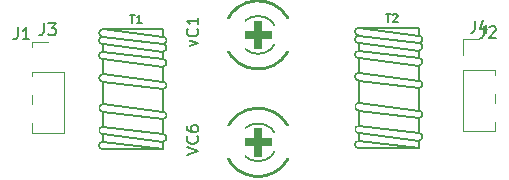
<source format=gto>
G04 #@! TF.GenerationSoftware,KiCad,Pcbnew,5.1.5+dfsg1-2build2*
G04 #@! TF.CreationDate,2022-12-10T10:35:03-05:00*
G04 #@! TF.ProjectId,double-tuned-bpf,646f7562-6c65-42d7-9475-6e65642d6270,rev?*
G04 #@! TF.SameCoordinates,Original*
G04 #@! TF.FileFunction,Legend,Top*
G04 #@! TF.FilePolarity,Positive*
%FSLAX46Y46*%
G04 Gerber Fmt 4.6, Leading zero omitted, Abs format (unit mm)*
G04 Created by KiCad (PCBNEW 5.1.5+dfsg1-2build2) date 2022-12-10 10:35:03*
%MOMM*%
%LPD*%
G04 APERTURE LIST*
%ADD10C,0.120000*%
%ADD11C,0.100000*%
%ADD12C,0.254000*%
%ADD13C,0.152400*%
%ADD14C,0.127000*%
%ADD15C,0.150000*%
%ADD16O,1.802000X1.802000*%
%ADD17R,1.802000X1.802000*%
%ADD18R,2.743200X2.743200*%
%ADD19C,2.743200*%
%ADD20C,1.981200*%
G04 APERTURE END LIST*
D10*
X144170000Y-93570000D02*
X145500000Y-93570000D01*
X144170000Y-94900000D02*
X144170000Y-93570000D01*
X144170000Y-96170000D02*
X146830000Y-96170000D01*
X146830000Y-96170000D02*
X146830000Y-101310000D01*
X144170000Y-96170000D02*
X144170000Y-101310000D01*
X144170000Y-101310000D02*
X146830000Y-101310000D01*
X107670000Y-93770000D02*
X109000000Y-93770000D01*
X107670000Y-95100000D02*
X107670000Y-93770000D01*
X107670000Y-96370000D02*
X110330000Y-96370000D01*
X110330000Y-96370000D02*
X110330000Y-101510000D01*
X107670000Y-96370000D02*
X107670000Y-101510000D01*
X107670000Y-101510000D02*
X110330000Y-101510000D01*
D11*
G36*
X127150000Y-103500000D02*
G01*
X127150000Y-101100000D01*
X126450000Y-101100000D01*
X126450000Y-103500000D01*
X127150000Y-103500000D01*
G37*
D12*
X124100000Y-103350000D02*
G75*
G03X129300000Y-103750000I2696154J1050000D01*
G01*
X129300000Y-100850000D02*
G75*
G03X124100000Y-101250000I-2503846J-1450000D01*
G01*
D13*
X128400000Y-102300000D02*
G75*
G03X128400000Y-102300000I-1600000J0D01*
G01*
D11*
G36*
X128000000Y-102650000D02*
G01*
X128000000Y-101950000D01*
X125600000Y-101950000D01*
X125600000Y-102650000D01*
X128000000Y-102650000D01*
G37*
G36*
X127150000Y-94400000D02*
G01*
X127150000Y-92000000D01*
X126450000Y-92000000D01*
X126450000Y-94400000D01*
X127150000Y-94400000D01*
G37*
D12*
X124100000Y-94250000D02*
G75*
G03X129300000Y-94650000I2696154J1050000D01*
G01*
X129300000Y-91750000D02*
G75*
G03X124100000Y-92150000I-2503846J-1450000D01*
G01*
D13*
X128400000Y-93200000D02*
G75*
G03X128400000Y-93200000I-1600000J0D01*
G01*
D11*
G36*
X128000000Y-93550000D02*
G01*
X128000000Y-92850000D01*
X125600000Y-92850000D01*
X125600000Y-93550000D01*
X128000000Y-93550000D01*
G37*
D14*
X140393999Y-97700000D02*
G75*
G03X140393999Y-97065000I0J317500D01*
G01*
X140393999Y-93255000D02*
X140393999Y-92620000D01*
X135313999Y-96430000D02*
G75*
G03X135313999Y-97065000I0J-317500D01*
G01*
X140393999Y-94525000D02*
G75*
G03X140393999Y-93890000I0J317500D01*
G01*
X140393999Y-100240000D02*
G75*
G03X140393999Y-99605000I0J317500D01*
G01*
X135313999Y-95160000D02*
X135313999Y-96430000D01*
X135313999Y-99605000D02*
X135313999Y-100875000D01*
X135313999Y-102780000D02*
X140393999Y-102780000D01*
X140393999Y-102145000D02*
G75*
G03X140393999Y-101510000I0J317500D01*
G01*
X135313999Y-102145000D02*
G75*
G03X135313999Y-102780000I0J-317500D01*
G01*
X140393999Y-97065000D02*
X140393999Y-95795000D01*
X135313999Y-92620000D02*
G75*
G03X135313999Y-93255000I0J-317500D01*
G01*
X135313999Y-92620000D02*
X140393999Y-93255000D01*
X135313999Y-97065000D02*
X135313999Y-98970000D01*
X135313999Y-93255000D02*
G75*
G03X135313999Y-93890000I0J-317500D01*
G01*
X140393999Y-102780000D02*
X140393999Y-102145000D01*
X140393999Y-95160000D02*
X140393999Y-94525000D01*
X140393999Y-93890000D02*
G75*
G03X140393999Y-93255000I0J317500D01*
G01*
X140393999Y-92620000D02*
X135313999Y-92620000D01*
X135313999Y-93890000D02*
X135313999Y-94525000D01*
X135313999Y-101510000D02*
X135313999Y-102145000D01*
X140393999Y-101510000D02*
X140393999Y-100240000D01*
X140393999Y-99605000D02*
X140393999Y-97700000D01*
X135313999Y-94525000D02*
G75*
G03X135313999Y-95160000I0J-317500D01*
G01*
X135313999Y-98970000D02*
G75*
G03X135313999Y-99605000I0J-317500D01*
G01*
X135313999Y-100875000D02*
G75*
G03X135313999Y-101510000I0J-317500D01*
G01*
X140393999Y-95795000D02*
G75*
G03X140393999Y-95160000I0J317500D01*
G01*
X135313999Y-99605000D02*
X140393999Y-100240000D01*
X135313999Y-93890000D02*
X140393999Y-94525000D01*
X135313999Y-102145000D02*
X140393999Y-102780000D01*
X135313999Y-96430000D02*
X140393999Y-97065000D01*
X135313999Y-97065000D02*
X140393999Y-97700000D01*
X135313999Y-93255000D02*
X140393999Y-93890000D01*
X135313999Y-98970000D02*
X140393999Y-99605000D01*
X135313999Y-100875000D02*
X140393999Y-101510000D01*
X135313999Y-95160000D02*
X140393999Y-95795000D01*
X135313999Y-101510000D02*
X140393999Y-102145000D01*
X135313999Y-94525000D02*
X140393999Y-95160000D01*
X118730000Y-97800000D02*
G75*
G03X118730000Y-97165000I0J317500D01*
G01*
X118730000Y-93355000D02*
X118730000Y-92720000D01*
X113650000Y-96530000D02*
G75*
G03X113650000Y-97165000I0J-317500D01*
G01*
X118730000Y-94625000D02*
G75*
G03X118730000Y-93990000I0J317500D01*
G01*
X118730000Y-100340000D02*
G75*
G03X118730000Y-99705000I0J317500D01*
G01*
X113650000Y-95260000D02*
X113650000Y-96530000D01*
X113650000Y-99705000D02*
X113650000Y-100975000D01*
X113650000Y-102880000D02*
X118730000Y-102880000D01*
X118730000Y-102245000D02*
G75*
G03X118730000Y-101610000I0J317500D01*
G01*
X113650000Y-102245000D02*
G75*
G03X113650000Y-102880000I0J-317500D01*
G01*
X118730000Y-97165000D02*
X118730000Y-95895000D01*
X113650000Y-92720000D02*
G75*
G03X113650000Y-93355000I0J-317500D01*
G01*
X113650000Y-92720000D02*
X118730000Y-93355000D01*
X113650000Y-97165000D02*
X113650000Y-99070000D01*
X113650000Y-93355000D02*
G75*
G03X113650000Y-93990000I0J-317500D01*
G01*
X118730000Y-102880000D02*
X118730000Y-102245000D01*
X118730000Y-95260000D02*
X118730000Y-94625000D01*
X118730000Y-93990000D02*
G75*
G03X118730000Y-93355000I0J317500D01*
G01*
X118730000Y-92720000D02*
X113650000Y-92720000D01*
X113650000Y-93990000D02*
X113650000Y-94625000D01*
X113650000Y-101610000D02*
X113650000Y-102245000D01*
X118730000Y-101610000D02*
X118730000Y-100340000D01*
X118730000Y-99705000D02*
X118730000Y-97800000D01*
X113650000Y-94625000D02*
G75*
G03X113650000Y-95260000I0J-317500D01*
G01*
X113650000Y-99070000D02*
G75*
G03X113650000Y-99705000I0J-317500D01*
G01*
X113650000Y-100975000D02*
G75*
G03X113650000Y-101610000I0J-317500D01*
G01*
X118730000Y-95895000D02*
G75*
G03X118730000Y-95260000I0J317500D01*
G01*
X113650000Y-99705000D02*
X118730000Y-100340000D01*
X113650000Y-93990000D02*
X118730000Y-94625000D01*
X113650000Y-102245000D02*
X118730000Y-102880000D01*
X113650000Y-96530000D02*
X118730000Y-97165000D01*
X113650000Y-97165000D02*
X118730000Y-97800000D01*
X113650000Y-93355000D02*
X118730000Y-93990000D01*
X113650000Y-99070000D02*
X118730000Y-99705000D01*
X113650000Y-100975000D02*
X118730000Y-101610000D01*
X113650000Y-95260000D02*
X118730000Y-95895000D01*
X113650000Y-101610000D02*
X118730000Y-102245000D01*
X113650000Y-94625000D02*
X118730000Y-95260000D01*
D15*
X145166666Y-92022380D02*
X145166666Y-92736666D01*
X145119047Y-92879523D01*
X145023809Y-92974761D01*
X144880952Y-93022380D01*
X144785714Y-93022380D01*
X146071428Y-92355714D02*
X146071428Y-93022380D01*
X145833333Y-91974761D02*
X145595238Y-92689047D01*
X146214285Y-92689047D01*
X145931906Y-92471880D02*
X145931906Y-93186166D01*
X145884287Y-93329023D01*
X145789049Y-93424261D01*
X145646192Y-93471880D01*
X145550954Y-93471880D01*
X146360478Y-92567119D02*
X146408097Y-92519500D01*
X146503335Y-92471880D01*
X146741430Y-92471880D01*
X146836668Y-92519500D01*
X146884287Y-92567119D01*
X146931906Y-92662357D01*
X146931906Y-92757595D01*
X146884287Y-92900452D01*
X146312859Y-93471880D01*
X146931906Y-93471880D01*
X106431906Y-92571880D02*
X106431906Y-93286166D01*
X106384287Y-93429023D01*
X106289049Y-93524261D01*
X106146192Y-93571880D01*
X106050954Y-93571880D01*
X107431906Y-93571880D02*
X106860478Y-93571880D01*
X107146192Y-93571880D02*
X107146192Y-92571880D01*
X107050954Y-92714738D01*
X106955716Y-92809976D01*
X106860478Y-92857595D01*
X108666666Y-92222380D02*
X108666666Y-92936666D01*
X108619047Y-93079523D01*
X108523809Y-93174761D01*
X108380952Y-93222380D01*
X108285714Y-93222380D01*
X109047619Y-92222380D02*
X109666666Y-92222380D01*
X109333333Y-92603333D01*
X109476190Y-92603333D01*
X109571428Y-92650952D01*
X109619047Y-92698571D01*
X109666666Y-92793809D01*
X109666666Y-93031904D01*
X109619047Y-93127142D01*
X109571428Y-93174761D01*
X109476190Y-93222380D01*
X109190476Y-93222380D01*
X109095238Y-93174761D01*
X109047619Y-93127142D01*
X120752380Y-103359523D02*
X121752380Y-103026190D01*
X120752380Y-102692857D01*
X121657142Y-101788095D02*
X121704761Y-101835714D01*
X121752380Y-101978571D01*
X121752380Y-102073809D01*
X121704761Y-102216666D01*
X121609523Y-102311904D01*
X121514285Y-102359523D01*
X121323809Y-102407142D01*
X121180952Y-102407142D01*
X120990476Y-102359523D01*
X120895238Y-102311904D01*
X120800000Y-102216666D01*
X120752380Y-102073809D01*
X120752380Y-101978571D01*
X120800000Y-101835714D01*
X120847619Y-101788095D01*
X120752380Y-100930952D02*
X120752380Y-101121428D01*
X120800000Y-101216666D01*
X120847619Y-101264285D01*
X120990476Y-101359523D01*
X121180952Y-101407142D01*
X121561904Y-101407142D01*
X121657142Y-101359523D01*
X121704761Y-101311904D01*
X121752380Y-101216666D01*
X121752380Y-101026190D01*
X121704761Y-100930952D01*
X121657142Y-100883333D01*
X121561904Y-100835714D01*
X121323809Y-100835714D01*
X121228571Y-100883333D01*
X121180952Y-100930952D01*
X121133333Y-101026190D01*
X121133333Y-101216666D01*
X121180952Y-101311904D01*
X121228571Y-101359523D01*
X121323809Y-101407142D01*
X120752380Y-94259523D02*
X121752380Y-93926190D01*
X120752380Y-93592857D01*
X121657142Y-92688095D02*
X121704761Y-92735714D01*
X121752380Y-92878571D01*
X121752380Y-92973809D01*
X121704761Y-93116666D01*
X121609523Y-93211904D01*
X121514285Y-93259523D01*
X121323809Y-93307142D01*
X121180952Y-93307142D01*
X120990476Y-93259523D01*
X120895238Y-93211904D01*
X120800000Y-93116666D01*
X120752380Y-92973809D01*
X120752380Y-92878571D01*
X120800000Y-92735714D01*
X120847619Y-92688095D01*
X121752380Y-91735714D02*
X121752380Y-92307142D01*
X121752380Y-92021428D02*
X120752380Y-92021428D01*
X120895238Y-92116666D01*
X120990476Y-92211904D01*
X121038095Y-92307142D01*
X137620665Y-91416666D02*
X138020665Y-91416666D01*
X137820665Y-92116666D02*
X137820665Y-91416666D01*
X138220665Y-91483333D02*
X138253999Y-91450000D01*
X138320665Y-91416666D01*
X138487332Y-91416666D01*
X138553999Y-91450000D01*
X138587332Y-91483333D01*
X138620665Y-91550000D01*
X138620665Y-91616666D01*
X138587332Y-91716666D01*
X138187332Y-92116666D01*
X138620665Y-92116666D01*
X115956666Y-91516666D02*
X116356666Y-91516666D01*
X116156666Y-92216666D02*
X116156666Y-91516666D01*
X116956666Y-92216666D02*
X116556666Y-92216666D01*
X116756666Y-92216666D02*
X116756666Y-91516666D01*
X116690000Y-91616666D01*
X116623333Y-91683333D01*
X116556666Y-91716666D01*
%LPC*%
D16*
X145500000Y-99980000D03*
X145500000Y-97440000D03*
D17*
X145500000Y-94900000D03*
D11*
G36*
X149204685Y-99079348D02*
G01*
X149241136Y-99084755D01*
X149276882Y-99093709D01*
X149311578Y-99106123D01*
X149344889Y-99121879D01*
X149376497Y-99140823D01*
X149406095Y-99162775D01*
X149433399Y-99187521D01*
X149458145Y-99214825D01*
X149480097Y-99244423D01*
X149499041Y-99276031D01*
X149514797Y-99309342D01*
X149527211Y-99344038D01*
X149536165Y-99379784D01*
X149541572Y-99416235D01*
X149543380Y-99453040D01*
X149543380Y-100204040D01*
X149541572Y-100240845D01*
X149536165Y-100277296D01*
X149527211Y-100313042D01*
X149514797Y-100347738D01*
X149499041Y-100381049D01*
X149480097Y-100412657D01*
X149458145Y-100442255D01*
X149433399Y-100469559D01*
X149406095Y-100494305D01*
X149376497Y-100516257D01*
X149344889Y-100535201D01*
X149311578Y-100550957D01*
X149276882Y-100563371D01*
X149241136Y-100572325D01*
X149204685Y-100577732D01*
X149167880Y-100579540D01*
X144816880Y-100579540D01*
X144780075Y-100577732D01*
X144743624Y-100572325D01*
X144707878Y-100563371D01*
X144673182Y-100550957D01*
X144639871Y-100535201D01*
X144608263Y-100516257D01*
X144578665Y-100494305D01*
X144551361Y-100469559D01*
X144526615Y-100442255D01*
X144504663Y-100412657D01*
X144485719Y-100381049D01*
X144469963Y-100347738D01*
X144457549Y-100313042D01*
X144448595Y-100277296D01*
X144443188Y-100240845D01*
X144441380Y-100204040D01*
X144441380Y-99453040D01*
X144443188Y-99416235D01*
X144448595Y-99379784D01*
X144457549Y-99344038D01*
X144469963Y-99309342D01*
X144485719Y-99276031D01*
X144504663Y-99244423D01*
X144526615Y-99214825D01*
X144551361Y-99187521D01*
X144578665Y-99162775D01*
X144608263Y-99140823D01*
X144639871Y-99121879D01*
X144673182Y-99106123D01*
X144707878Y-99093709D01*
X144743624Y-99084755D01*
X144780075Y-99079348D01*
X144816880Y-99077540D01*
X149167880Y-99077540D01*
X149204685Y-99079348D01*
G37*
G36*
X149212305Y-94250808D02*
G01*
X149248756Y-94256215D01*
X149284502Y-94265169D01*
X149319198Y-94277583D01*
X149352509Y-94293339D01*
X149384117Y-94312283D01*
X149413715Y-94334235D01*
X149441019Y-94358981D01*
X149465765Y-94386285D01*
X149487717Y-94415883D01*
X149506661Y-94447491D01*
X149522417Y-94480802D01*
X149534831Y-94515498D01*
X149543785Y-94551244D01*
X149549192Y-94587695D01*
X149551000Y-94624500D01*
X149551000Y-95375500D01*
X149549192Y-95412305D01*
X149543785Y-95448756D01*
X149534831Y-95484502D01*
X149522417Y-95519198D01*
X149506661Y-95552509D01*
X149487717Y-95584117D01*
X149465765Y-95613715D01*
X149441019Y-95641019D01*
X149413715Y-95665765D01*
X149384117Y-95687717D01*
X149352509Y-95706661D01*
X149319198Y-95722417D01*
X149284502Y-95734831D01*
X149248756Y-95743785D01*
X149212305Y-95749192D01*
X149175500Y-95751000D01*
X144824500Y-95751000D01*
X144787695Y-95749192D01*
X144751244Y-95743785D01*
X144715498Y-95734831D01*
X144680802Y-95722417D01*
X144647491Y-95706661D01*
X144615883Y-95687717D01*
X144586285Y-95665765D01*
X144558981Y-95641019D01*
X144534235Y-95613715D01*
X144512283Y-95584117D01*
X144493339Y-95552509D01*
X144477583Y-95519198D01*
X144465169Y-95484502D01*
X144456215Y-95448756D01*
X144450808Y-95412305D01*
X144449000Y-95375500D01*
X144449000Y-94624500D01*
X144450808Y-94587695D01*
X144456215Y-94551244D01*
X144465169Y-94515498D01*
X144477583Y-94480802D01*
X144493339Y-94447491D01*
X144512283Y-94415883D01*
X144534235Y-94386285D01*
X144558981Y-94358981D01*
X144586285Y-94334235D01*
X144615883Y-94312283D01*
X144647491Y-94293339D01*
X144680802Y-94277583D01*
X144715498Y-94265169D01*
X144751244Y-94256215D01*
X144787695Y-94250808D01*
X144824500Y-94249000D01*
X149175500Y-94249000D01*
X149212305Y-94250808D01*
G37*
G36*
X149217385Y-99099668D02*
G01*
X149253836Y-99105075D01*
X149289582Y-99114029D01*
X149324278Y-99126443D01*
X149357589Y-99142199D01*
X149389197Y-99161143D01*
X149418795Y-99183095D01*
X149446099Y-99207841D01*
X149470845Y-99235145D01*
X149492797Y-99264743D01*
X149511741Y-99296351D01*
X149527497Y-99329662D01*
X149539911Y-99364358D01*
X149548865Y-99400104D01*
X149554272Y-99436555D01*
X149556080Y-99473360D01*
X149556080Y-100224360D01*
X149554272Y-100261165D01*
X149548865Y-100297616D01*
X149539911Y-100333362D01*
X149527497Y-100368058D01*
X149511741Y-100401369D01*
X149492797Y-100432977D01*
X149470845Y-100462575D01*
X149446099Y-100489879D01*
X149418795Y-100514625D01*
X149389197Y-100536577D01*
X149357589Y-100555521D01*
X149324278Y-100571277D01*
X149289582Y-100583691D01*
X149253836Y-100592645D01*
X149217385Y-100598052D01*
X149180580Y-100599860D01*
X144829580Y-100599860D01*
X144792775Y-100598052D01*
X144756324Y-100592645D01*
X144720578Y-100583691D01*
X144685882Y-100571277D01*
X144652571Y-100555521D01*
X144620963Y-100536577D01*
X144591365Y-100514625D01*
X144564061Y-100489879D01*
X144539315Y-100462575D01*
X144517363Y-100432977D01*
X144498419Y-100401369D01*
X144482663Y-100368058D01*
X144470249Y-100333362D01*
X144461295Y-100297616D01*
X144455888Y-100261165D01*
X144454080Y-100224360D01*
X144454080Y-99473360D01*
X144455888Y-99436555D01*
X144461295Y-99400104D01*
X144470249Y-99364358D01*
X144482663Y-99329662D01*
X144498419Y-99296351D01*
X144517363Y-99264743D01*
X144539315Y-99235145D01*
X144564061Y-99207841D01*
X144591365Y-99183095D01*
X144620963Y-99161143D01*
X144652571Y-99142199D01*
X144685882Y-99126443D01*
X144720578Y-99114029D01*
X144756324Y-99105075D01*
X144792775Y-99099668D01*
X144829580Y-99097860D01*
X149180580Y-99097860D01*
X149217385Y-99099668D01*
G37*
G36*
X149199605Y-94258428D02*
G01*
X149236056Y-94263835D01*
X149271802Y-94272789D01*
X149306498Y-94285203D01*
X149339809Y-94300959D01*
X149371417Y-94319903D01*
X149401015Y-94341855D01*
X149428319Y-94366601D01*
X149453065Y-94393905D01*
X149475017Y-94423503D01*
X149493961Y-94455111D01*
X149509717Y-94488422D01*
X149522131Y-94523118D01*
X149531085Y-94558864D01*
X149536492Y-94595315D01*
X149538300Y-94632120D01*
X149538300Y-95383120D01*
X149536492Y-95419925D01*
X149531085Y-95456376D01*
X149522131Y-95492122D01*
X149509717Y-95526818D01*
X149493961Y-95560129D01*
X149475017Y-95591737D01*
X149453065Y-95621335D01*
X149428319Y-95648639D01*
X149401015Y-95673385D01*
X149371417Y-95695337D01*
X149339809Y-95714281D01*
X149306498Y-95730037D01*
X149271802Y-95742451D01*
X149236056Y-95751405D01*
X149199605Y-95756812D01*
X149162800Y-95758620D01*
X144811800Y-95758620D01*
X144774995Y-95756812D01*
X144738544Y-95751405D01*
X144702798Y-95742451D01*
X144668102Y-95730037D01*
X144634791Y-95714281D01*
X144603183Y-95695337D01*
X144573585Y-95673385D01*
X144546281Y-95648639D01*
X144521535Y-95621335D01*
X144499583Y-95591737D01*
X144480639Y-95560129D01*
X144464883Y-95526818D01*
X144452469Y-95492122D01*
X144443515Y-95456376D01*
X144438108Y-95419925D01*
X144436300Y-95383120D01*
X144436300Y-94632120D01*
X144438108Y-94595315D01*
X144443515Y-94558864D01*
X144452469Y-94523118D01*
X144464883Y-94488422D01*
X144480639Y-94455111D01*
X144499583Y-94423503D01*
X144521535Y-94393905D01*
X144546281Y-94366601D01*
X144573585Y-94341855D01*
X144603183Y-94319903D01*
X144634791Y-94300959D01*
X144668102Y-94285203D01*
X144702798Y-94272789D01*
X144738544Y-94263835D01*
X144774995Y-94258428D01*
X144811800Y-94256620D01*
X149162800Y-94256620D01*
X149199605Y-94258428D01*
G37*
G36*
X149217385Y-96679048D02*
G01*
X149253836Y-96684455D01*
X149289582Y-96693409D01*
X149324278Y-96705823D01*
X149357589Y-96721579D01*
X149389197Y-96740523D01*
X149418795Y-96762475D01*
X149446099Y-96787221D01*
X149470845Y-96814525D01*
X149492797Y-96844123D01*
X149511741Y-96875731D01*
X149527497Y-96909042D01*
X149539911Y-96943738D01*
X149548865Y-96979484D01*
X149554272Y-97015935D01*
X149556080Y-97052740D01*
X149556080Y-97803740D01*
X149554272Y-97840545D01*
X149548865Y-97876996D01*
X149539911Y-97912742D01*
X149527497Y-97947438D01*
X149511741Y-97980749D01*
X149492797Y-98012357D01*
X149470845Y-98041955D01*
X149446099Y-98069259D01*
X149418795Y-98094005D01*
X149389197Y-98115957D01*
X149357589Y-98134901D01*
X149324278Y-98150657D01*
X149289582Y-98163071D01*
X149253836Y-98172025D01*
X149217385Y-98177432D01*
X149180580Y-98179240D01*
X144829580Y-98179240D01*
X144792775Y-98177432D01*
X144756324Y-98172025D01*
X144720578Y-98163071D01*
X144685882Y-98150657D01*
X144652571Y-98134901D01*
X144620963Y-98115957D01*
X144591365Y-98094005D01*
X144564061Y-98069259D01*
X144539315Y-98041955D01*
X144517363Y-98012357D01*
X144498419Y-97980749D01*
X144482663Y-97947438D01*
X144470249Y-97912742D01*
X144461295Y-97876996D01*
X144455888Y-97840545D01*
X144454080Y-97803740D01*
X144454080Y-97052740D01*
X144455888Y-97015935D01*
X144461295Y-96979484D01*
X144470249Y-96943738D01*
X144482663Y-96909042D01*
X144498419Y-96875731D01*
X144517363Y-96844123D01*
X144539315Y-96814525D01*
X144564061Y-96787221D01*
X144591365Y-96762475D01*
X144620963Y-96740523D01*
X144652571Y-96721579D01*
X144685882Y-96705823D01*
X144720578Y-96693409D01*
X144756324Y-96684455D01*
X144792775Y-96679048D01*
X144829580Y-96677240D01*
X149180580Y-96677240D01*
X149217385Y-96679048D01*
G37*
G36*
X109704685Y-99179348D02*
G01*
X109741136Y-99184755D01*
X109776882Y-99193709D01*
X109811578Y-99206123D01*
X109844889Y-99221879D01*
X109876497Y-99240823D01*
X109906095Y-99262775D01*
X109933399Y-99287521D01*
X109958145Y-99314825D01*
X109980097Y-99344423D01*
X109999041Y-99376031D01*
X110014797Y-99409342D01*
X110027211Y-99444038D01*
X110036165Y-99479784D01*
X110041572Y-99516235D01*
X110043380Y-99553040D01*
X110043380Y-100304040D01*
X110041572Y-100340845D01*
X110036165Y-100377296D01*
X110027211Y-100413042D01*
X110014797Y-100447738D01*
X109999041Y-100481049D01*
X109980097Y-100512657D01*
X109958145Y-100542255D01*
X109933399Y-100569559D01*
X109906095Y-100594305D01*
X109876497Y-100616257D01*
X109844889Y-100635201D01*
X109811578Y-100650957D01*
X109776882Y-100663371D01*
X109741136Y-100672325D01*
X109704685Y-100677732D01*
X109667880Y-100679540D01*
X105316880Y-100679540D01*
X105280075Y-100677732D01*
X105243624Y-100672325D01*
X105207878Y-100663371D01*
X105173182Y-100650957D01*
X105139871Y-100635201D01*
X105108263Y-100616257D01*
X105078665Y-100594305D01*
X105051361Y-100569559D01*
X105026615Y-100542255D01*
X105004663Y-100512657D01*
X104985719Y-100481049D01*
X104969963Y-100447738D01*
X104957549Y-100413042D01*
X104948595Y-100377296D01*
X104943188Y-100340845D01*
X104941380Y-100304040D01*
X104941380Y-99553040D01*
X104943188Y-99516235D01*
X104948595Y-99479784D01*
X104957549Y-99444038D01*
X104969963Y-99409342D01*
X104985719Y-99376031D01*
X105004663Y-99344423D01*
X105026615Y-99314825D01*
X105051361Y-99287521D01*
X105078665Y-99262775D01*
X105108263Y-99240823D01*
X105139871Y-99221879D01*
X105173182Y-99206123D01*
X105207878Y-99193709D01*
X105243624Y-99184755D01*
X105280075Y-99179348D01*
X105316880Y-99177540D01*
X109667880Y-99177540D01*
X109704685Y-99179348D01*
G37*
G36*
X109712305Y-94350808D02*
G01*
X109748756Y-94356215D01*
X109784502Y-94365169D01*
X109819198Y-94377583D01*
X109852509Y-94393339D01*
X109884117Y-94412283D01*
X109913715Y-94434235D01*
X109941019Y-94458981D01*
X109965765Y-94486285D01*
X109987717Y-94515883D01*
X110006661Y-94547491D01*
X110022417Y-94580802D01*
X110034831Y-94615498D01*
X110043785Y-94651244D01*
X110049192Y-94687695D01*
X110051000Y-94724500D01*
X110051000Y-95475500D01*
X110049192Y-95512305D01*
X110043785Y-95548756D01*
X110034831Y-95584502D01*
X110022417Y-95619198D01*
X110006661Y-95652509D01*
X109987717Y-95684117D01*
X109965765Y-95713715D01*
X109941019Y-95741019D01*
X109913715Y-95765765D01*
X109884117Y-95787717D01*
X109852509Y-95806661D01*
X109819198Y-95822417D01*
X109784502Y-95834831D01*
X109748756Y-95843785D01*
X109712305Y-95849192D01*
X109675500Y-95851000D01*
X105324500Y-95851000D01*
X105287695Y-95849192D01*
X105251244Y-95843785D01*
X105215498Y-95834831D01*
X105180802Y-95822417D01*
X105147491Y-95806661D01*
X105115883Y-95787717D01*
X105086285Y-95765765D01*
X105058981Y-95741019D01*
X105034235Y-95713715D01*
X105012283Y-95684117D01*
X104993339Y-95652509D01*
X104977583Y-95619198D01*
X104965169Y-95584502D01*
X104956215Y-95548756D01*
X104950808Y-95512305D01*
X104949000Y-95475500D01*
X104949000Y-94724500D01*
X104950808Y-94687695D01*
X104956215Y-94651244D01*
X104965169Y-94615498D01*
X104977583Y-94580802D01*
X104993339Y-94547491D01*
X105012283Y-94515883D01*
X105034235Y-94486285D01*
X105058981Y-94458981D01*
X105086285Y-94434235D01*
X105115883Y-94412283D01*
X105147491Y-94393339D01*
X105180802Y-94377583D01*
X105215498Y-94365169D01*
X105251244Y-94356215D01*
X105287695Y-94350808D01*
X105324500Y-94349000D01*
X109675500Y-94349000D01*
X109712305Y-94350808D01*
G37*
G36*
X109717385Y-99199668D02*
G01*
X109753836Y-99205075D01*
X109789582Y-99214029D01*
X109824278Y-99226443D01*
X109857589Y-99242199D01*
X109889197Y-99261143D01*
X109918795Y-99283095D01*
X109946099Y-99307841D01*
X109970845Y-99335145D01*
X109992797Y-99364743D01*
X110011741Y-99396351D01*
X110027497Y-99429662D01*
X110039911Y-99464358D01*
X110048865Y-99500104D01*
X110054272Y-99536555D01*
X110056080Y-99573360D01*
X110056080Y-100324360D01*
X110054272Y-100361165D01*
X110048865Y-100397616D01*
X110039911Y-100433362D01*
X110027497Y-100468058D01*
X110011741Y-100501369D01*
X109992797Y-100532977D01*
X109970845Y-100562575D01*
X109946099Y-100589879D01*
X109918795Y-100614625D01*
X109889197Y-100636577D01*
X109857589Y-100655521D01*
X109824278Y-100671277D01*
X109789582Y-100683691D01*
X109753836Y-100692645D01*
X109717385Y-100698052D01*
X109680580Y-100699860D01*
X105329580Y-100699860D01*
X105292775Y-100698052D01*
X105256324Y-100692645D01*
X105220578Y-100683691D01*
X105185882Y-100671277D01*
X105152571Y-100655521D01*
X105120963Y-100636577D01*
X105091365Y-100614625D01*
X105064061Y-100589879D01*
X105039315Y-100562575D01*
X105017363Y-100532977D01*
X104998419Y-100501369D01*
X104982663Y-100468058D01*
X104970249Y-100433362D01*
X104961295Y-100397616D01*
X104955888Y-100361165D01*
X104954080Y-100324360D01*
X104954080Y-99573360D01*
X104955888Y-99536555D01*
X104961295Y-99500104D01*
X104970249Y-99464358D01*
X104982663Y-99429662D01*
X104998419Y-99396351D01*
X105017363Y-99364743D01*
X105039315Y-99335145D01*
X105064061Y-99307841D01*
X105091365Y-99283095D01*
X105120963Y-99261143D01*
X105152571Y-99242199D01*
X105185882Y-99226443D01*
X105220578Y-99214029D01*
X105256324Y-99205075D01*
X105292775Y-99199668D01*
X105329580Y-99197860D01*
X109680580Y-99197860D01*
X109717385Y-99199668D01*
G37*
G36*
X109699605Y-94358428D02*
G01*
X109736056Y-94363835D01*
X109771802Y-94372789D01*
X109806498Y-94385203D01*
X109839809Y-94400959D01*
X109871417Y-94419903D01*
X109901015Y-94441855D01*
X109928319Y-94466601D01*
X109953065Y-94493905D01*
X109975017Y-94523503D01*
X109993961Y-94555111D01*
X110009717Y-94588422D01*
X110022131Y-94623118D01*
X110031085Y-94658864D01*
X110036492Y-94695315D01*
X110038300Y-94732120D01*
X110038300Y-95483120D01*
X110036492Y-95519925D01*
X110031085Y-95556376D01*
X110022131Y-95592122D01*
X110009717Y-95626818D01*
X109993961Y-95660129D01*
X109975017Y-95691737D01*
X109953065Y-95721335D01*
X109928319Y-95748639D01*
X109901015Y-95773385D01*
X109871417Y-95795337D01*
X109839809Y-95814281D01*
X109806498Y-95830037D01*
X109771802Y-95842451D01*
X109736056Y-95851405D01*
X109699605Y-95856812D01*
X109662800Y-95858620D01*
X105311800Y-95858620D01*
X105274995Y-95856812D01*
X105238544Y-95851405D01*
X105202798Y-95842451D01*
X105168102Y-95830037D01*
X105134791Y-95814281D01*
X105103183Y-95795337D01*
X105073585Y-95773385D01*
X105046281Y-95748639D01*
X105021535Y-95721335D01*
X104999583Y-95691737D01*
X104980639Y-95660129D01*
X104964883Y-95626818D01*
X104952469Y-95592122D01*
X104943515Y-95556376D01*
X104938108Y-95519925D01*
X104936300Y-95483120D01*
X104936300Y-94732120D01*
X104938108Y-94695315D01*
X104943515Y-94658864D01*
X104952469Y-94623118D01*
X104964883Y-94588422D01*
X104980639Y-94555111D01*
X104999583Y-94523503D01*
X105021535Y-94493905D01*
X105046281Y-94466601D01*
X105073585Y-94441855D01*
X105103183Y-94419903D01*
X105134791Y-94400959D01*
X105168102Y-94385203D01*
X105202798Y-94372789D01*
X105238544Y-94363835D01*
X105274995Y-94358428D01*
X105311800Y-94356620D01*
X109662800Y-94356620D01*
X109699605Y-94358428D01*
G37*
G36*
X109717385Y-96779048D02*
G01*
X109753836Y-96784455D01*
X109789582Y-96793409D01*
X109824278Y-96805823D01*
X109857589Y-96821579D01*
X109889197Y-96840523D01*
X109918795Y-96862475D01*
X109946099Y-96887221D01*
X109970845Y-96914525D01*
X109992797Y-96944123D01*
X110011741Y-96975731D01*
X110027497Y-97009042D01*
X110039911Y-97043738D01*
X110048865Y-97079484D01*
X110054272Y-97115935D01*
X110056080Y-97152740D01*
X110056080Y-97903740D01*
X110054272Y-97940545D01*
X110048865Y-97976996D01*
X110039911Y-98012742D01*
X110027497Y-98047438D01*
X110011741Y-98080749D01*
X109992797Y-98112357D01*
X109970845Y-98141955D01*
X109946099Y-98169259D01*
X109918795Y-98194005D01*
X109889197Y-98215957D01*
X109857589Y-98234901D01*
X109824278Y-98250657D01*
X109789582Y-98263071D01*
X109753836Y-98272025D01*
X109717385Y-98277432D01*
X109680580Y-98279240D01*
X105329580Y-98279240D01*
X105292775Y-98277432D01*
X105256324Y-98272025D01*
X105220578Y-98263071D01*
X105185882Y-98250657D01*
X105152571Y-98234901D01*
X105120963Y-98215957D01*
X105091365Y-98194005D01*
X105064061Y-98169259D01*
X105039315Y-98141955D01*
X105017363Y-98112357D01*
X104998419Y-98080749D01*
X104982663Y-98047438D01*
X104970249Y-98012742D01*
X104961295Y-97976996D01*
X104955888Y-97940545D01*
X104954080Y-97903740D01*
X104954080Y-97152740D01*
X104955888Y-97115935D01*
X104961295Y-97079484D01*
X104970249Y-97043738D01*
X104982663Y-97009042D01*
X104998419Y-96975731D01*
X105017363Y-96944123D01*
X105039315Y-96914525D01*
X105064061Y-96887221D01*
X105091365Y-96862475D01*
X105120963Y-96840523D01*
X105152571Y-96821579D01*
X105185882Y-96805823D01*
X105220578Y-96793409D01*
X105256324Y-96784455D01*
X105292775Y-96779048D01*
X105329580Y-96777240D01*
X109680580Y-96777240D01*
X109717385Y-96779048D01*
G37*
D16*
X109000000Y-100180000D03*
X109000000Y-97640000D03*
D17*
X109000000Y-95100000D03*
D18*
X124300000Y-102300000D03*
D19*
X129300000Y-102300000D03*
D18*
X124300000Y-93200000D03*
D19*
X129300000Y-93200000D03*
D20*
X141663999Y-96430000D03*
X134043999Y-101510000D03*
X141663999Y-93890000D03*
X134043999Y-98970000D03*
X120000000Y-96530000D03*
X112380000Y-101610000D03*
X120000000Y-93990000D03*
X112380000Y-99070000D03*
M02*

</source>
